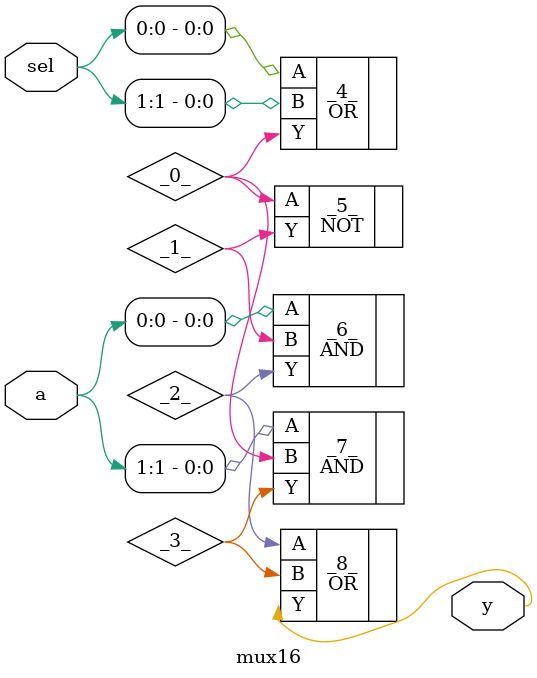
<source format=v>
/* Generated by Yosys 0.41+83 (git sha1 7045cf509, x86_64-w64-mingw32-g++ 13.2.1 -Os) */

/* cells_not_processed =  1  */
/* src = "mux16.v:2.1-12.10" */
module mux16(a, sel, y);
  wire _0_;
  wire _1_;
  wire _2_;
  wire _3_;
  /* src = "mux16.v:2.27-2.28" */
  input [1:0] a;
  wire [1:0] a;
  /* src = "mux16.v:2.30-2.33" */
  input [1:0] sel;
  wire [1:0] sel;
  /* src = "mux16.v:3.32-3.33" */
  output y;
  wire y;
  OR _4_ (
    .A(sel[0]),
    .B(sel[1]),
    .Y(_0_)
  );
  NOT _5_ (
    .A(_0_),
    .Y(_1_)
  );
  AND _6_ (
    .A(a[0]),
    .B(_1_),
    .Y(_2_)
  );
  AND _7_ (
    .A(a[1]),
    .B(_0_),
    .Y(_3_)
  );
  OR _8_ (
    .A(_2_),
    .B(_3_),
    .Y(y)
  );
endmodule

</source>
